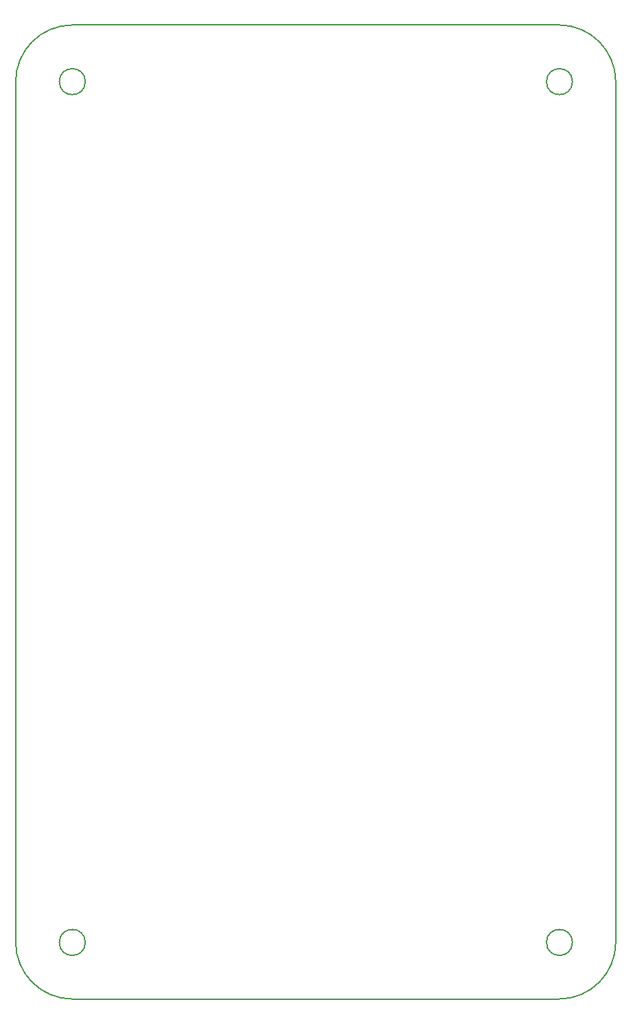
<source format=gbr>
G04 #@! TF.GenerationSoftware,KiCad,Pcbnew,5.1.5-52549c5~84~ubuntu18.04.1*
G04 #@! TF.CreationDate,2020-02-23T14:28:14-03:00*
G04 #@! TF.ProjectId,aquarius,61717561-7269-4757-932e-6b696361645f,0.0.0*
G04 #@! TF.SameCoordinates,Original*
G04 #@! TF.FileFunction,Profile,NP*
%FSLAX46Y46*%
G04 Gerber Fmt 4.6, Leading zero omitted, Abs format (unit mm)*
G04 Created by KiCad (PCBNEW 5.1.5-52549c5~84~ubuntu18.04.1) date 2020-02-23 14:28:14*
%MOMM*%
%LPD*%
G04 APERTURE LIST*
%ADD10C,0.150000*%
G04 APERTURE END LIST*
D10*
X182956000Y-40005000D02*
G75*
G03X182956000Y-40005000I-1600000J0D01*
G01*
X182956000Y-146050000D02*
G75*
G03X182956000Y-146050000I-1600000J0D01*
G01*
X122885000Y-146050000D02*
G75*
G03X122885000Y-146050000I-1600000J0D01*
G01*
X122885000Y-40005000D02*
G75*
G03X122885000Y-40005000I-1600000J0D01*
G01*
X181300000Y-33020000D02*
G75*
G02X188300000Y-40020000I0J-7000000D01*
G01*
X121300000Y-153020000D02*
G75*
G02X114300000Y-146020000I0J7000000D01*
G01*
X188300000Y-146020000D02*
G75*
G02X181300000Y-153020000I-7000000J0D01*
G01*
X114300000Y-40020000D02*
G75*
G02X121300000Y-33020000I7000000J0D01*
G01*
X121300000Y-33020000D02*
X181300000Y-33020000D01*
X188300000Y-40020000D02*
X188300000Y-146020000D01*
X121300000Y-153020000D02*
X181300000Y-153020000D01*
X114300000Y-40020000D02*
X114300000Y-146020000D01*
M02*

</source>
